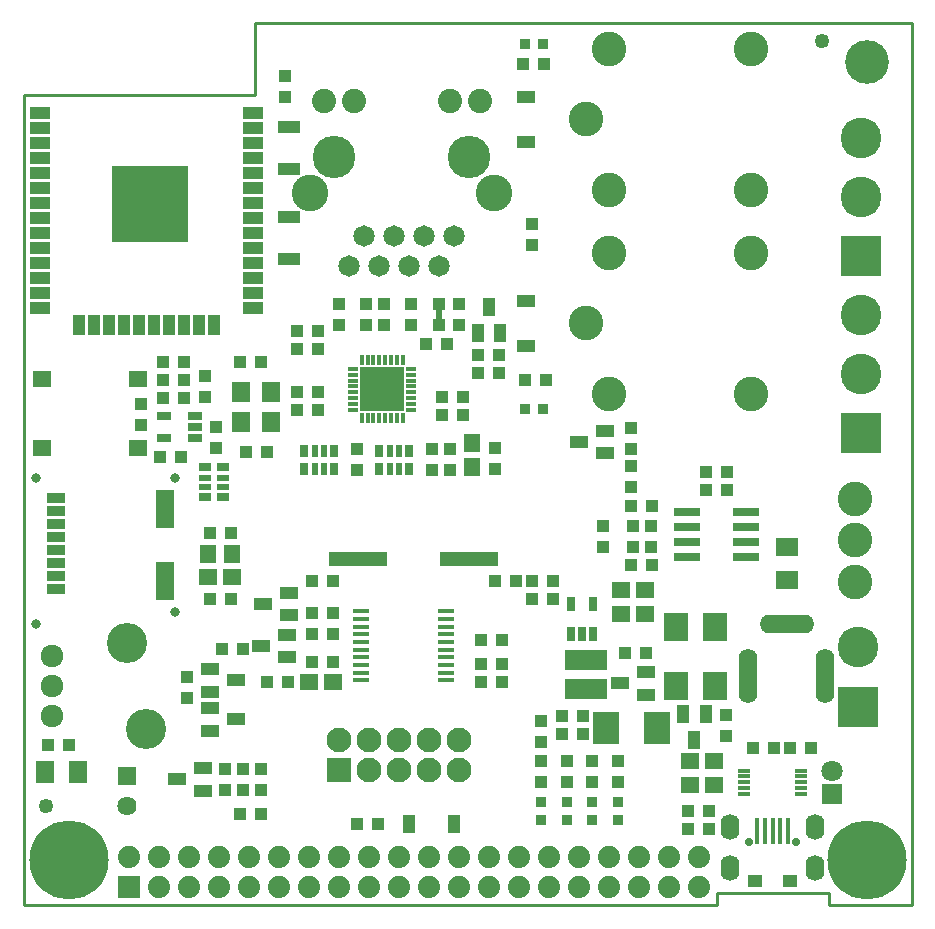
<source format=gbr>
G04 #@! TF.GenerationSoftware,KiCad,Pcbnew,no-vcs-found-ddec803~58~ubuntu14.04.1*
G04 #@! TF.CreationDate,2017-06-01T11:20:14+03:00*
G04 #@! TF.ProjectId,ESP32-EVB_Rev_C,45535033322D4556425F5265765F432E,C*
G04 #@! TF.FileFunction,Soldermask,Top*
G04 #@! TF.FilePolarity,Negative*
%FSLAX46Y46*%
G04 Gerber Fmt 4.6, Leading zero omitted, Abs format (unit mm)*
G04 Created by KiCad (PCBNEW no-vcs-found-ddec803~58~ubuntu14.04.1) date Thu Jun  1 11:20:14 2017*
%MOMM*%
%LPD*%
G01*
G04 APERTURE LIST*
%ADD10C,0.100000*%
%ADD11C,0.254000*%
%ADD12O,1.600000X2.200000*%
%ADD13R,1.200000X1.100000*%
%ADD14C,0.700000*%
%ADD15R,0.425000X2.250000*%
%ADD16C,1.254000*%
%ADD17R,1.101600X0.351600*%
%ADD18R,2.301600X0.701600*%
%ADD19R,1.371600X0.426600*%
%ADD20C,3.400000*%
%ADD21C,1.924000*%
%ADD22R,1.625600X1.625600*%
%ADD23C,1.625600*%
%ADD24R,3.701600X3.701600*%
%ADD25R,0.800000X0.800000*%
%ADD26R,1.822400X1.822400*%
%ADD27R,0.351600X0.901600*%
%ADD28R,0.901600X0.351600*%
%ADD29R,1.117600X1.117600*%
%ADD30R,0.601600X0.881600*%
%ADD31C,1.700000*%
%ADD32C,2.400000*%
%ADD33R,6.400000X6.400000*%
%ADD34R,1.801600X1.001600*%
%ADD35R,1.001600X1.801600*%
%ADD36R,1.601600X3.201600*%
%ADD37C,0.800000*%
%ADD38R,1.601600X0.901600*%
%ADD39C,2.940000*%
%ADD40C,2.100000*%
%ADD41R,2.100000X2.100000*%
%ADD42C,3.600000*%
%ADD43C,2.050000*%
%ADD44C,3.100000*%
%ADD45C,1.810000*%
%ADD46C,3.700000*%
%ADD47R,1.800000X1.800000*%
%ADD48C,1.800000*%
%ADD49R,1.625600X1.371600*%
%ADD50R,1.371600X1.625600*%
%ADD51C,3.448000*%
%ADD52R,3.448000X3.448000*%
%ADD53R,1.600000X1.800000*%
%ADD54R,1.501600X1.101600*%
%ADD55R,2.178000X2.686000*%
%ADD56R,2.100000X2.400000*%
%ADD57R,1.101600X1.501600*%
%ADD58R,3.601600X1.701600*%
%ADD59R,0.901600X0.901600*%
%ADD60O,1.601600X4.601600*%
%ADD61O,4.601600X1.601600*%
%ADD62R,1.117600X0.482600*%
%ADD63R,1.117600X0.736600*%
%ADD64R,0.482600X1.117600*%
%ADD65R,0.736600X1.117600*%
%ADD66R,0.651600X1.301600*%
%ADD67C,6.700000*%
%ADD68C,1.600000*%
%ADD69C,1.879600*%
%ADD70R,1.879600X1.879600*%
%ADD71R,1.879600X1.117600*%
%ADD72R,4.927600X1.201600*%
%ADD73R,1.879600X1.625600*%
%ADD74R,1.625600X1.879600*%
%ADD75R,1.301600X0.651600*%
G04 APERTURE END LIST*
D10*
D11*
X137795000Y-141732000D02*
X144780000Y-141732000D01*
X137795000Y-140716000D02*
X137795000Y-141732000D01*
X128270000Y-140716000D02*
X137795000Y-140716000D01*
X128270000Y-141732000D02*
X128270000Y-140716000D01*
X69596000Y-141732000D02*
X128270000Y-141732000D01*
X89154000Y-67056000D02*
X144780000Y-67056000D01*
X89154000Y-73152000D02*
X89154000Y-67056000D01*
X69596000Y-73152000D02*
X89154000Y-73152000D01*
X69596000Y-141732000D02*
X69596000Y-73152000D01*
X144780000Y-141732000D02*
X144780000Y-67056000D01*
D12*
X136600000Y-138553000D03*
X136600000Y-135083000D03*
X129400000Y-135083000D03*
X129400000Y-138553000D03*
D13*
X134500000Y-139703000D03*
X131500000Y-139703000D03*
D14*
X135000000Y-136403000D03*
X131000000Y-136403000D03*
D15*
X134300000Y-135403000D03*
X133650000Y-135403000D03*
X133000000Y-135403000D03*
X132350000Y-135403000D03*
X131700000Y-135403000D03*
D16*
X137160000Y-68580000D03*
X71501000Y-133350000D03*
D17*
X135369000Y-130318000D03*
X135369000Y-130818000D03*
X135369000Y-131318000D03*
X135369000Y-131818000D03*
X135369000Y-132318000D03*
X130569000Y-132318000D03*
X130569000Y-131818000D03*
X130569000Y-131318000D03*
X130569000Y-130818000D03*
X130569000Y-130318000D03*
D18*
X130770000Y-108458000D03*
X130770000Y-109728000D03*
X130770000Y-110998000D03*
X130770000Y-112268000D03*
X125770000Y-112268000D03*
X125770000Y-110998000D03*
X125770000Y-109728000D03*
X125770000Y-108458000D03*
D19*
X105346500Y-122686000D03*
X105346500Y-122036000D03*
X105346500Y-121386000D03*
X105346500Y-120736000D03*
X105346500Y-120086000D03*
X105346500Y-119436000D03*
X105346500Y-118786000D03*
X105346500Y-118136000D03*
X105346500Y-117486000D03*
X105346500Y-116836000D03*
X98107500Y-116836000D03*
X98107500Y-117486000D03*
X98107500Y-118136000D03*
X98107500Y-118786000D03*
X98107500Y-119436000D03*
X98107500Y-120086000D03*
X98107500Y-120736000D03*
X98107500Y-121386000D03*
X98107500Y-122036000D03*
X98107500Y-122686000D03*
D20*
X79909000Y-126840000D03*
X78309000Y-119540000D03*
D21*
X72009000Y-125730000D03*
X72009000Y-123190000D03*
X72009000Y-120650000D03*
D22*
X78359000Y-130810000D03*
D23*
X78359000Y-133350000D03*
D24*
X99949000Y-98044000D03*
D25*
X101249000Y-97544000D03*
X101249000Y-98544000D03*
X100449000Y-99344000D03*
X99449000Y-99344000D03*
X98649000Y-98544000D03*
X98649000Y-97544000D03*
X99449000Y-96744000D03*
X100449000Y-96744000D03*
D26*
X99949000Y-98044000D03*
D27*
X98199000Y-95594000D03*
X98699000Y-95594000D03*
X99199000Y-95594000D03*
X99699000Y-95594000D03*
X100199000Y-95594000D03*
X100699000Y-95594000D03*
X101199000Y-95594000D03*
X101699000Y-95594000D03*
D28*
X102399000Y-96294000D03*
X102399000Y-96794000D03*
X102399000Y-97294000D03*
X102399000Y-97794000D03*
X102399000Y-98294000D03*
X102399000Y-98794000D03*
X102399000Y-99294000D03*
X102399000Y-99794000D03*
D27*
X101699000Y-100494000D03*
X101199000Y-100494000D03*
X100699000Y-100494000D03*
X100199000Y-100494000D03*
X99699000Y-100494000D03*
X99199000Y-100494000D03*
X98699000Y-100494000D03*
X98199000Y-100494000D03*
D28*
X97499000Y-99794000D03*
X97499000Y-99294000D03*
X97499000Y-98794000D03*
X97499000Y-98294000D03*
X97499000Y-97794000D03*
X97499000Y-97294000D03*
X97499000Y-96794000D03*
X97499000Y-96294000D03*
D29*
X104775000Y-92583000D03*
X104775000Y-90805000D03*
D30*
X104775000Y-91694000D03*
D31*
X77969600Y-84682800D03*
D32*
X80281000Y-82346000D03*
D33*
X80310000Y-82333000D03*
D34*
X89010000Y-74673000D03*
X89010000Y-75943000D03*
X89010000Y-77213000D03*
X89010000Y-78483000D03*
X89010000Y-79753000D03*
X89010000Y-81023000D03*
X89010000Y-82293000D03*
X89010000Y-83563000D03*
X89010000Y-84833000D03*
X89010000Y-86103000D03*
X89010000Y-87373000D03*
X89010000Y-88643000D03*
X89010000Y-89913000D03*
X89010000Y-91183000D03*
D35*
X85740000Y-92633000D03*
X84470000Y-92633000D03*
X83200000Y-92633000D03*
X81930000Y-92633000D03*
X80660000Y-92633000D03*
X79390000Y-92633000D03*
X78120000Y-92633000D03*
X76850000Y-92633000D03*
X75580000Y-92633000D03*
X74310000Y-92633000D03*
D34*
X71010000Y-91143000D03*
X71010000Y-89873000D03*
X71010000Y-88603000D03*
X71010000Y-87333000D03*
X71010000Y-86063000D03*
X71010000Y-84793000D03*
X71010000Y-83523000D03*
X71010000Y-82253000D03*
X71010000Y-80983000D03*
X71010000Y-79713000D03*
X71010000Y-78443000D03*
X71010000Y-77173000D03*
X71010000Y-75903000D03*
X71010000Y-74633000D03*
D31*
X82643200Y-84682800D03*
X77969600Y-79983800D03*
X82643200Y-79983800D03*
X80281000Y-79983800D03*
X80281000Y-84682800D03*
X77969600Y-82219000D03*
X82643200Y-82219000D03*
D36*
X81577000Y-114275000D03*
X81577000Y-108215000D03*
D37*
X70607000Y-105585000D03*
X82407000Y-105585000D03*
X82407000Y-116855000D03*
X70607000Y-117945000D03*
D38*
X72327000Y-107275000D03*
X72327000Y-108375000D03*
X72327000Y-109475000D03*
X72327000Y-110575000D03*
X72327000Y-111675000D03*
X72327000Y-112775000D03*
X72327000Y-113875000D03*
X72327000Y-114975000D03*
D39*
X140000000Y-114315000D03*
X140000000Y-107315000D03*
X140000000Y-110815000D03*
D40*
X106426000Y-127762000D03*
X106426000Y-130302000D03*
X103886000Y-127762000D03*
X103886000Y-130302000D03*
X101346000Y-127762000D03*
X101346000Y-130302000D03*
X98806000Y-127762000D03*
X98806000Y-130302000D03*
X96266000Y-127762000D03*
D41*
X96266000Y-130302000D03*
D39*
X117176000Y-75184000D03*
X131176000Y-81184000D03*
X131176000Y-69184000D03*
X119176000Y-69184000D03*
X119176000Y-81184000D03*
X117176000Y-92456000D03*
X131176000Y-98456000D03*
X131176000Y-86456000D03*
X119176000Y-86456000D03*
X119176000Y-98456000D03*
D42*
X95885000Y-78359000D03*
X107315000Y-78359000D03*
D43*
X105670000Y-73610500D03*
X94990000Y-73610500D03*
D44*
X93800000Y-81409000D03*
X109400000Y-81409000D03*
D43*
X108210000Y-73610500D03*
X97530000Y-73610500D03*
D45*
X97165000Y-87599000D03*
X98435000Y-85059000D03*
X99705000Y-87599000D03*
X100975000Y-85059000D03*
X102245000Y-87599000D03*
X103515000Y-85059000D03*
X104785000Y-87599000D03*
X106055000Y-85059000D03*
D46*
X140970000Y-70358000D03*
D47*
X138046460Y-132326380D03*
D48*
X138043920Y-130314700D03*
D49*
X125984000Y-131572000D03*
X125984000Y-129540000D03*
X128016000Y-129540000D03*
X128016000Y-131572000D03*
D29*
X91948000Y-122809000D03*
X90170000Y-122809000D03*
X116967000Y-125730000D03*
X115189000Y-125730000D03*
X116967000Y-127254000D03*
X115189000Y-127254000D03*
X105664000Y-104902000D03*
X105664000Y-103124000D03*
X104140000Y-104902000D03*
X104140000Y-103124000D03*
D50*
X85217000Y-112014000D03*
X87249000Y-112014000D03*
D29*
X106426000Y-92583000D03*
X106426000Y-90805000D03*
X109474000Y-104775000D03*
X109474000Y-102997000D03*
X97790000Y-104902000D03*
X97790000Y-103124000D03*
X103632000Y-94234000D03*
X105410000Y-94234000D03*
X94488000Y-94615000D03*
X92710000Y-94615000D03*
X94488000Y-99822000D03*
X92710000Y-99822000D03*
X92710000Y-98298000D03*
X94488000Y-98298000D03*
X105029000Y-98679000D03*
X106807000Y-98679000D03*
D51*
X140500000Y-91774000D03*
D52*
X140500000Y-101774000D03*
D51*
X140500000Y-96774000D03*
X140500000Y-81774000D03*
D52*
X140500000Y-86774000D03*
D51*
X140500000Y-76774000D03*
D53*
X90551000Y-100838000D03*
X90551000Y-98298000D03*
X88011000Y-98298000D03*
X88011000Y-100838000D03*
D54*
X112141000Y-94356000D03*
X112141000Y-90556000D03*
D55*
X118854000Y-126746000D03*
X123208000Y-126746000D03*
D54*
X112141000Y-77084000D03*
X112141000Y-73284000D03*
D56*
X124841000Y-118150000D03*
X124841000Y-123150000D03*
D57*
X102240000Y-134874000D03*
X106040000Y-134874000D03*
D54*
X120055640Y-122938540D03*
X122265440Y-121983500D03*
X122265440Y-123885960D03*
D49*
X93726000Y-122809000D03*
X95758000Y-122809000D03*
D58*
X117221000Y-123374000D03*
X117221000Y-120974000D03*
D50*
X107569000Y-104648000D03*
X107569000Y-102616000D03*
D49*
X85217000Y-113919000D03*
X87249000Y-113919000D03*
D59*
X113538000Y-99695000D03*
X112014000Y-99695000D03*
X112014000Y-68834000D03*
X113538000Y-68834000D03*
D60*
X130937000Y-122319000D03*
X137437000Y-122319000D03*
D61*
X134237000Y-117869000D03*
D51*
X140208000Y-119895000D03*
D52*
X140208000Y-124895000D03*
D59*
X119888000Y-132969000D03*
X119888000Y-134493000D03*
D54*
X116626640Y-102491540D03*
X118836440Y-101536500D03*
X118836440Y-103438960D03*
D57*
X108016040Y-93309440D03*
X109918500Y-93309440D03*
X108963460Y-91099640D03*
D29*
X121031000Y-104521000D03*
X121031000Y-106299000D03*
X121031000Y-101346000D03*
X121031000Y-103124000D03*
X113792000Y-97282000D03*
X112014000Y-97282000D03*
X108077000Y-96647000D03*
X109855000Y-96647000D03*
X109855000Y-95123000D03*
X108077000Y-95123000D03*
X113411000Y-131318000D03*
X113411000Y-129540000D03*
X125857000Y-133731000D03*
X127635000Y-133731000D03*
X115570000Y-129540000D03*
X115570000Y-131318000D03*
X125857000Y-135255000D03*
X127635000Y-135255000D03*
X111887000Y-70485000D03*
X113665000Y-70485000D03*
X133096000Y-128397000D03*
X131318000Y-128397000D03*
X136271000Y-128397000D03*
X134493000Y-128397000D03*
X83185000Y-95758000D03*
X81407000Y-95758000D03*
X117729000Y-131318000D03*
X117729000Y-129540000D03*
X82931000Y-103759000D03*
X81153000Y-103759000D03*
X122301000Y-120396000D03*
X120523000Y-120396000D03*
X87884000Y-133985000D03*
X89662000Y-133985000D03*
X89662000Y-131953000D03*
X89662000Y-130175000D03*
X113411000Y-127889000D03*
X113411000Y-126111000D03*
X97790000Y-134874000D03*
X99568000Y-134874000D03*
X85852000Y-102997000D03*
X85852000Y-101219000D03*
X91694000Y-71501000D03*
X91694000Y-73279000D03*
X112649000Y-85852000D03*
X112649000Y-84074000D03*
X98552000Y-90805000D03*
X98552000Y-92583000D03*
X85344000Y-115824000D03*
X87122000Y-115824000D03*
X96266000Y-92583000D03*
X96266000Y-90805000D03*
X102362000Y-90805000D03*
X102362000Y-92583000D03*
X100076000Y-92583000D03*
X100076000Y-90805000D03*
X90170000Y-103378000D03*
X88392000Y-103378000D03*
X110109000Y-122809000D03*
X108331000Y-122809000D03*
X87884000Y-95758000D03*
X89662000Y-95758000D03*
X106807000Y-100203000D03*
X105029000Y-100203000D03*
X94488000Y-93091000D03*
X92710000Y-93091000D03*
X110109000Y-121285000D03*
X108331000Y-121285000D03*
X95758000Y-116967000D03*
X93980000Y-116967000D03*
D62*
X84963000Y-106299000D03*
X84963000Y-105537000D03*
X86487000Y-106299000D03*
X86487000Y-105537000D03*
D63*
X84963000Y-107188000D03*
X86487000Y-107188000D03*
X84963000Y-104648000D03*
X86487000Y-104648000D03*
D64*
X94996000Y-104775000D03*
X94234000Y-104775000D03*
X94996000Y-103251000D03*
X94234000Y-103251000D03*
D65*
X95885000Y-104775000D03*
X95885000Y-103251000D03*
X93345000Y-104775000D03*
X93345000Y-103251000D03*
X102235000Y-104775000D03*
X102235000Y-103251000D03*
X99695000Y-104775000D03*
X99695000Y-103251000D03*
D64*
X101346000Y-104775000D03*
X100584000Y-104775000D03*
X101346000Y-103251000D03*
X100584000Y-103251000D03*
D66*
X117790000Y-116175000D03*
X115890000Y-116175000D03*
X117790000Y-118775000D03*
X116840000Y-118775000D03*
X115890000Y-118775000D03*
D67*
X140970000Y-137922000D03*
D68*
X140970000Y-135509000D03*
X140970000Y-140335000D03*
X139319000Y-136271000D03*
X142621000Y-136271000D03*
X139319000Y-139700000D03*
X142621000Y-139573000D03*
X143383000Y-137922000D03*
X138557000Y-137922000D03*
X70993000Y-137922000D03*
X75819000Y-137922000D03*
X75057000Y-139573000D03*
X71755000Y-139700000D03*
X75057000Y-136271000D03*
X71755000Y-136271000D03*
X73406000Y-140335000D03*
X73406000Y-135509000D03*
D67*
X73406000Y-137922000D03*
D69*
X126746000Y-137668000D03*
X126746000Y-140208000D03*
X124206000Y-137668000D03*
X124206000Y-140208000D03*
X121666000Y-137668000D03*
X121666000Y-140208000D03*
X119126000Y-137668000D03*
X119126000Y-140208000D03*
X116586000Y-137668000D03*
X116586000Y-140208000D03*
X106426000Y-137668000D03*
X106426000Y-140208000D03*
X103886000Y-137668000D03*
X103886000Y-140208000D03*
X108966000Y-140208000D03*
X108966000Y-137668000D03*
X111506000Y-137668000D03*
X111506000Y-140208000D03*
X114046000Y-140208000D03*
X114046000Y-137668000D03*
X88646000Y-137668000D03*
X88646000Y-140208000D03*
X86106000Y-140208000D03*
X86106000Y-137668000D03*
X83566000Y-137668000D03*
X83566000Y-140208000D03*
D70*
X78486000Y-140208000D03*
D69*
X78486000Y-137668000D03*
X81026000Y-140208000D03*
X81026000Y-137668000D03*
X91186000Y-140208000D03*
X91186000Y-137668000D03*
X93726000Y-140208000D03*
X93726000Y-137668000D03*
X96266000Y-140208000D03*
X96266000Y-137668000D03*
X98806000Y-140208000D03*
X98806000Y-137668000D03*
X101346000Y-140208000D03*
X101346000Y-137668000D03*
D29*
X85344000Y-110236000D03*
X87122000Y-110236000D03*
D49*
X71120000Y-97155000D03*
X79248000Y-97155000D03*
X71120000Y-102997000D03*
X79248000Y-102997000D03*
D71*
X92075000Y-86995000D03*
X92075000Y-83439000D03*
X92075000Y-79375000D03*
X92075000Y-75819000D03*
D59*
X115570000Y-134493000D03*
X115570000Y-132969000D03*
X113411000Y-134493000D03*
X113411000Y-132969000D03*
D29*
X93980000Y-114300000D03*
X95758000Y-114300000D03*
X109474000Y-114300000D03*
X111252000Y-114300000D03*
X93980000Y-121158000D03*
X95758000Y-121158000D03*
X108331000Y-119253000D03*
X110109000Y-119253000D03*
X121158000Y-111379000D03*
X121158000Y-109601000D03*
X122682000Y-109601000D03*
X122682000Y-111379000D03*
X71628000Y-128143000D03*
X73406000Y-128143000D03*
X79502000Y-101092000D03*
X79502000Y-99314000D03*
D56*
X128143000Y-118150000D03*
X128143000Y-123150000D03*
D57*
X126367540Y-127721360D03*
X125412500Y-125511560D03*
X127314960Y-125511560D03*
D59*
X117729000Y-134493000D03*
X117729000Y-132969000D03*
D72*
X97917000Y-112395000D03*
X107315000Y-112395000D03*
D54*
X89829640Y-116207540D03*
X92039440Y-115252500D03*
X92039440Y-117154960D03*
X89702640Y-119763540D03*
X91912440Y-118808500D03*
X91912440Y-120710960D03*
X82590640Y-131066540D03*
X84800440Y-130111500D03*
X84800440Y-132013960D03*
D29*
X129032000Y-125603000D03*
X129032000Y-127381000D03*
X93980000Y-118745000D03*
X95758000Y-118745000D03*
X83185000Y-97282000D03*
X81407000Y-97282000D03*
X81407000Y-98806000D03*
X83185000Y-98806000D03*
D73*
X134239000Y-114173000D03*
X134239000Y-111379000D03*
D29*
X127381000Y-106553000D03*
X129159000Y-106553000D03*
X129159000Y-105029000D03*
X127381000Y-105029000D03*
X121031000Y-107950000D03*
X122809000Y-107950000D03*
X122809000Y-112903000D03*
X121031000Y-112903000D03*
X118618000Y-109601000D03*
X118618000Y-111379000D03*
D74*
X71374000Y-130429000D03*
X74168000Y-130429000D03*
D29*
X84963000Y-98679000D03*
X84963000Y-96901000D03*
X88138000Y-131953000D03*
X88138000Y-130175000D03*
X86614000Y-130175000D03*
X86614000Y-131953000D03*
X119888000Y-129540000D03*
X119888000Y-131318000D03*
X114427000Y-115824000D03*
X112649000Y-115824000D03*
X112649000Y-114300000D03*
X114427000Y-114300000D03*
D49*
X122174000Y-117094000D03*
X122174000Y-115062000D03*
X120142000Y-115062000D03*
X120142000Y-117094000D03*
D29*
X86360000Y-120015000D03*
X88138000Y-120015000D03*
D75*
X81504000Y-100269000D03*
X81504000Y-102169000D03*
X84104000Y-100269000D03*
X84104000Y-101219000D03*
X84104000Y-102169000D03*
D54*
X85387000Y-125034000D03*
X85387000Y-126934000D03*
X87587000Y-125984000D03*
X85387000Y-121732000D03*
X85387000Y-123632000D03*
X87587000Y-122682000D03*
D29*
X83439000Y-122428000D03*
X83439000Y-124206000D03*
M02*

</source>
